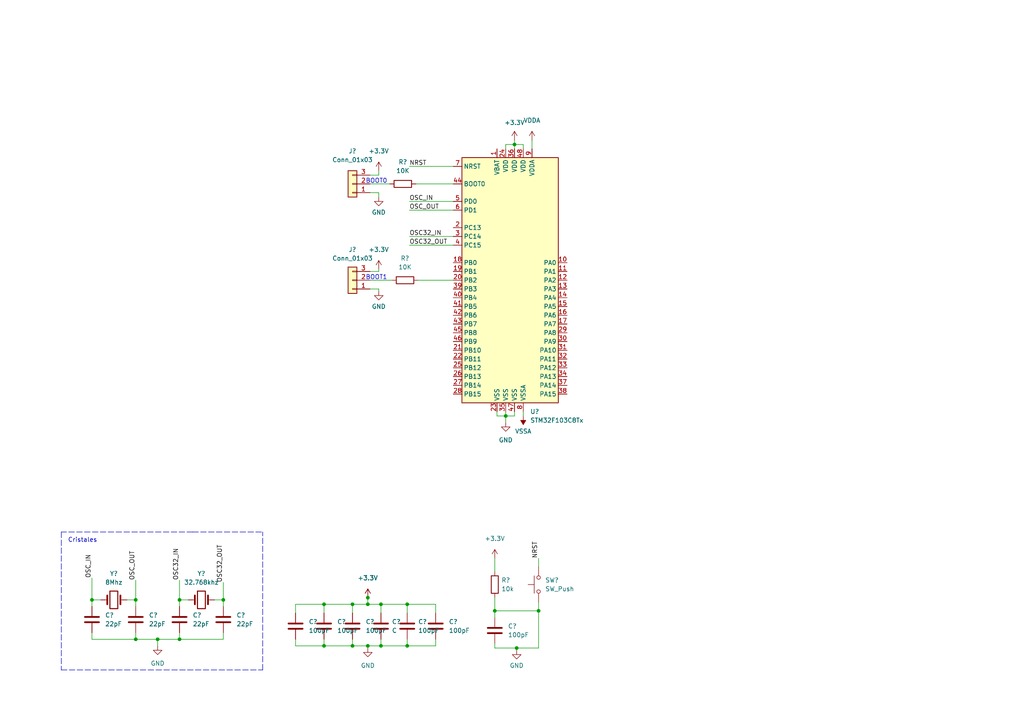
<source format=kicad_sch>
(kicad_sch (version 20211123) (generator eeschema)
  (paper "A4")
  (lib_symbols
    (symbol "Connector_Generic:Conn_01x03" (pin_names (offset 1.016) hide)
      (property "Reference" "J" (at 0 5.08 0))
      (property "Value" "Conn_01x03" (at 0 -5.08 0))
      (symbol "Conn_01x03_1_1"
        (rectangle (start -1.27 -2.413) (end 0 -2.667) (stroke (width 0.1524)))
        (rectangle (start -1.27 0.127) (end 0 -0.127) (stroke (width 0.1524)))
        (rectangle (start -1.27 2.667) (end 0 2.413) (stroke (width 0.1524)))
        (rectangle (start -1.27 3.81) (end 1.27 -3.81) (stroke (width 0.254)) (fill (type background)))
        (pin passive line (at -5.08 2.54 0) (length 3.81) (name "Pin_1") (number "1"))
        (pin passive line (at -5.08 0 0) (length 3.81) (name "Pin_2") (number "2"))
        (pin passive line (at -5.08 -2.54 0) (length 3.81) (name "Pin_3") (number "3"))
      )
    )
    (symbol "Device:C" (pin_numbers hide) (pin_names (offset 0.254))
      (property "Reference" "C" (at 0.635 2.54 0))
      (property "Value" "C" (at 0.635 -2.54 0))
      (symbol "C_0_1"
        (polyline (pts (xy -2.032 -0.762) (xy 2.032 -0.762)) (stroke (width 0.508)))
        (polyline (pts (xy -2.032 0.762) (xy 2.032 0.762)) (stroke (width 0.508)))
      )
      (symbol "C_1_1"
        (pin passive line (at 0 3.81 270) (length 2.794) (name "~") (number "1"))
        (pin passive line (at 0 -3.81 90) (length 2.794) (name "~") (number "2"))
      )
    )
    (symbol "Device:Crystal" (pin_numbers hide) (pin_names (offset 1.016) hide)
      (property "Reference" "Y" (at 0 3.81 0))
      (property "Value" "Crystal" (at 0 -3.81 0))
      (symbol "Crystal_0_1"
        (rectangle (start -1.143 2.54) (end 1.143 -2.54) (stroke (width 0.3048)))
        (polyline (pts (xy -2.54 0) (xy -1.905 0)))
        (polyline (pts (xy -1.905 -1.27) (xy -1.905 1.27)) (stroke (width 0.508)))
        (polyline (pts (xy 1.905 -1.27) (xy 1.905 1.27)) (stroke (width 0.508)))
        (polyline (pts (xy 2.54 0) (xy 1.905 0)))
      )
      (symbol "Crystal_1_1"
        (pin passive line (at -3.81 0 0) (length 1.27) (name "1") (number "1"))
        (pin passive line (at 3.81 0 180) (length 1.27) (name "2") (number "2"))
      )
    )
    (symbol "Device:R" (pin_numbers hide) (pin_names (offset 0))
      (property "Reference" "R" (at 2.032 0 90))
      (property "Value" "R" (at 0 0 90))
      (symbol "R_0_1"
        (rectangle (start -1.016 -2.54) (end 1.016 2.54) (stroke (width 0.254)))
      )
      (symbol "R_1_1"
        (pin passive line (at 0 3.81 270) (length 1.27) (name "~") (number "1"))
        (pin passive line (at 0 -3.81 90) (length 1.27) (name "~") (number "2"))
      )
    )
    (symbol "MCU_ST_STM32F1:STM32F103C8Tx"
      (property "Reference" "U" (at -15.24 36.83 0))
      (property "Value" "STM32F103C8Tx" (at 7.62 36.83 0))
      (symbol "STM32F103C8Tx_0_1"
        (rectangle (start -15.24 -35.56) (end 12.7 35.56) (stroke (width 0.254)) (fill (type background)))
      )
      (symbol "STM32F103C8Tx_1_1"
        (pin power_in line (at -5.08 38.1 270) (length 2.54) (name "VBAT") (number "1"))
        (pin bidirectional line (at 15.24 5.08 180) (length 2.54) (name "PA0") (number "10"))
        (pin bidirectional line (at 15.24 2.54 180) (length 2.54) (name "PA1") (number "11"))
        (pin bidirectional line (at 15.24 0 180) (length 2.54) (name "PA2") (number "12"))
        (pin bidirectional line (at 15.24 -2.54 180) (length 2.54) (name "PA3") (number "13"))
        (pin bidirectional line (at 15.24 -5.08 180) (length 2.54) (name "PA4") (number "14"))
        (pin bidirectional line (at 15.24 -7.62 180) (length 2.54) (name "PA5") (number "15"))
        (pin bidirectional line (at 15.24 -10.16 180) (length 2.54) (name "PA6") (number "16"))
        (pin bidirectional line (at 15.24 -12.7 180) (length 2.54) (name "PA7") (number "17"))
        (pin bidirectional line (at -17.78 5.08 0) (length 2.54) (name "PB0") (number "18"))
        (pin bidirectional line (at -17.78 2.54 0) (length 2.54) (name "PB1") (number "19"))
        (pin bidirectional line (at -17.78 15.24 0) (length 2.54) (name "PC13") (number "2"))
        (pin bidirectional line (at -17.78 0 0) (length 2.54) (name "PB2") (number "20"))
        (pin bidirectional line (at -17.78 -20.32 0) (length 2.54) (name "PB10") (number "21"))
        (pin bidirectional line (at -17.78 -22.86 0) (length 2.54) (name "PB11") (number "22"))
        (pin power_in line (at -5.08 -38.1 90) (length 2.54) (name "VSS") (number "23"))
        (pin power_in line (at -2.54 38.1 270) (length 2.54) (name "VDD") (number "24"))
        (pin bidirectional line (at -17.78 -25.4 0) (length 2.54) (name "PB12") (number "25"))
        (pin bidirectional line (at -17.78 -27.94 0) (length 2.54) (name "PB13") (number "26"))
        (pin bidirectional line (at -17.78 -30.48 0) (length 2.54) (name "PB14") (number "27"))
        (pin bidirectional line (at -17.78 -33.02 0) (length 2.54) (name "PB15") (number "28"))
        (pin bidirectional line (at 15.24 -15.24 180) (length 2.54) (name "PA8") (number "29"))
        (pin bidirectional line (at -17.78 12.7 0) (length 2.54) (name "PC14") (number "3"))
        (pin bidirectional line (at 15.24 -17.78 180) (length 2.54) (name "PA9") (number "30"))
        (pin bidirectional line (at 15.24 -20.32 180) (length 2.54) (name "PA10") (number "31"))
        (pin bidirectional line (at 15.24 -22.86 180) (length 2.54) (name "PA11") (number "32"))
        (pin bidirectional line (at 15.24 -25.4 180) (length 2.54) (name "PA12") (number "33"))
        (pin bidirectional line (at 15.24 -27.94 180) (length 2.54) (name "PA13") (number "34"))
        (pin power_in line (at -2.54 -38.1 90) (length 2.54) (name "VSS") (number "35"))
        (pin power_in line (at 0 38.1 270) (length 2.54) (name "VDD") (number "36"))
        (pin bidirectional line (at 15.24 -30.48 180) (length 2.54) (name "PA14") (number "37"))
        (pin bidirectional line (at 15.24 -33.02 180) (length 2.54) (name "PA15") (number "38"))
        (pin bidirectional line (at -17.78 -2.54 0) (length 2.54) (name "PB3") (number "39"))
        (pin bidirectional line (at -17.78 10.16 0) (length 2.54) (name "PC15") (number "4"))
        (pin bidirectional line (at -17.78 -5.08 0) (length 2.54) (name "PB4") (number "40"))
        (pin bidirectional line (at -17.78 -7.62 0) (length 2.54) (name "PB5") (number "41"))
        (pin bidirectional line (at -17.78 -10.16 0) (length 2.54) (name "PB6") (number "42"))
        (pin bidirectional line (at -17.78 -12.7 0) (length 2.54) (name "PB7") (number "43"))
        (pin input line (at -17.78 27.94 0) (length 2.54) (name "BOOT0") (number "44"))
        (pin bidirectional line (at -17.78 -15.24 0) (length 2.54) (name "PB8") (number "45"))
        (pin bidirectional line (at -17.78 -17.78 0) (length 2.54) (name "PB9") (number "46"))
        (pin power_in line (at 0 -38.1 90) (length 2.54) (name "VSS") (number "47"))
        (pin power_in line (at 2.54 38.1 270) (length 2.54) (name "VDD") (number "48"))
        (pin input line (at -17.78 22.86 0) (length 2.54) (name "PD0") (number "5"))
        (pin input line (at -17.78 20.32 0) (length 2.54) (name "PD1") (number "6"))
        (pin input line (at -17.78 33.02 0) (length 2.54) (name "NRST") (number "7"))
        (pin power_in line (at 2.54 -38.1 90) (length 2.54) (name "VSSA") (number "8"))
        (pin power_in line (at 5.08 38.1 270) (length 2.54) (name "VDDA") (number "9"))
      )
    )
    (symbol "Switch:SW_Push" (pin_numbers hide) (pin_names (offset 1.016) hide)
      (property "Reference" "SW" (at 1.27 2.54 0))
      (property "Value" "SW_Push" (at 0 -1.524 0))
      (symbol "SW_Push_0_1"
        (circle (center -2.032 0) (radius 0.508))
        (polyline (pts (xy 0 1.27) (xy 0 3.048)))
        (polyline (pts (xy 2.54 1.27) (xy -2.54 1.27)))
        (circle (center 2.032 0) (radius 0.508))
        (pin passive line (at -5.08 0 0) (length 2.54) (name "1") (number "1"))
        (pin passive line (at 5.08 0 180) (length 2.54) (name "2") (number "2"))
      )
    )
    (symbol "power:+3.3V" (power) (pin_names (offset 0))
      (property "Value" "+3.3V" (at 0 3.556 0))
      (symbol "+3.3V_0_1"
        (polyline (pts (xy -0.762 1.27) (xy 0 2.54)))
        (polyline (pts (xy 0 0) (xy 0 2.54)))
        (polyline (pts (xy 0 2.54) (xy 0.762 1.27)))
      )
      (symbol "+3.3V_1_1"
        (pin power_in line (at 0 0 90) (length 0) hide (name "+3.3V") (number "1"))
      )
    )
    (symbol "power:GND" (power) (pin_names (offset 0))
      (property "Value" "GND" (at 0 -3.81 0))
      (symbol "GND_0_1"
        (polyline (pts (xy 0 0) (xy 0 -1.27) (xy 1.27 -1.27) (xy 0 -2.54) (xy -1.27 -1.27) (xy 0 -1.27)))
      )
      (symbol "GND_1_1"
        (pin power_in line (at 0 0 270) (length 0) hide (name "GND") (number "1"))
      )
    )
    (symbol "power:VDDA" (power) (pin_names (offset 0))
      (property "Value" "VDDA" (at 0 3.81 0))
      (symbol "VDDA_0_1"
        (polyline (pts (xy -0.762 1.27) (xy 0 2.54)))
        (polyline (pts (xy 0 0) (xy 0 2.54)))
        (polyline (pts (xy 0 2.54) (xy 0.762 1.27)))
      )
      (symbol "VDDA_1_1"
        (pin power_in line (at 0 0 90) (length 0) hide (name "VDDA") (number "1"))
      )
    )
    (symbol "power:VSSA" (power) (pin_names (offset 0))
      (property "Value" "VSSA" (at 0 3.81 0))
      (symbol "VSSA_0_1"
        (polyline (pts (xy 0 0) (xy 0 2.54)))
        (polyline (pts (xy 0.762 1.27) (xy -0.762 1.27) (xy 0 2.54) (xy 0.762 1.27)) (fill (type outline)))
      )
      (symbol "VSSA_1_1"
        (pin power_in line (at 0 0 90) (length 0) hide (name "VSSA") (number "1"))
      )
    )
  )
  (junction (at 39.37 185.42))
  (junction (at 149.86 187.96))
  (junction (at 45.72 185.42))
  (junction (at 146.685 120.65))
  (junction (at 106.68 187.325))
  (junction (at 149.225 41.91))
  (junction (at 26.67 173.99))
  (junction (at 93.98 175.26))
  (junction (at 110.49 187.325))
  (junction (at 156.21 177.165))
  (junction (at 93.98 187.325))
  (junction (at 102.235 187.325))
  (junction (at 102.235 175.26))
  (junction (at 118.11 175.26))
  (junction (at 110.49 175.26))
  (junction (at 52.07 185.42))
  (junction (at 64.77 173.99))
  (junction (at 106.68 173.355))
  (junction (at 52.07 173.99))
  (junction (at 143.51 177.165))
  (junction (at 39.37 173.99))
  (junction (at 106.68 175.26))
  (junction (at 118.11 187.325))
  (wire (pts (xy 143.51 177.165) (xy 156.21 177.165)))
  (wire (pts (xy 143.51 187.96) (xy 149.86 187.96)))
  (wire (pts (xy 39.37 185.42) (xy 45.72 185.42)))
  (wire (pts (xy 26.67 167.64) (xy 26.67 173.99)))
  (wire (pts (xy 106.68 173.355) (xy 106.68 175.26)))
  (wire (pts (xy 110.49 187.325) (xy 110.49 185.42)))
  (wire (pts (xy 146.685 41.91) (xy 146.685 43.18)))
  (wire (pts (xy 118.11 187.325) (xy 118.11 185.42)))
  (wire (pts (xy 93.98 175.26) (xy 102.235 175.26)))
  (wire (pts (xy 154.305 40.64) (xy 154.305 43.18)))
  (wire (pts (xy 120.65 53.34) (xy 131.445 53.34)))
  (wire (pts (xy 149.225 41.91) (xy 146.685 41.91)))
  (wire (pts (xy 107.315 81.28) (xy 113.665 81.28)))
  (wire (pts (xy 109.855 83.82) (xy 109.855 84.455)))
  (polyline (pts (xy 76.2 194.31) (xy 76.2 154.305)))
  (wire (pts (xy 52.07 168.275) (xy 52.07 173.99)))
  (wire (pts (xy 118.745 60.96) (xy 131.445 60.96)))
  (wire (pts (xy 156.21 177.165) (xy 156.21 187.96)))
  (wire (pts (xy 45.72 185.42) (xy 45.72 187.325)))
  (wire (pts (xy 93.98 185.42) (xy 93.98 187.325)))
  (wire (pts (xy 109.855 50.8) (xy 109.855 49.53)))
  (wire (pts (xy 39.37 185.42) (xy 39.37 183.515)))
  (wire (pts (xy 109.855 78.105) (xy 109.855 78.74)))
  (wire (pts (xy 149.86 187.96) (xy 149.86 188.595)))
  (wire (pts (xy 151.765 43.18) (xy 151.765 41.91)))
  (polyline (pts (xy 55.88 154.305) (xy 76.2 154.305)))
  (wire (pts (xy 149.86 187.96) (xy 156.21 187.96)))
  (wire (pts (xy 102.235 187.325) (xy 106.68 187.325)))
  (wire (pts (xy 149.225 120.65) (xy 149.225 119.38)))
  (wire (pts (xy 64.77 168.91) (xy 64.77 173.99)))
  (wire (pts (xy 93.98 175.26) (xy 93.98 177.8)))
  (wire (pts (xy 102.235 175.26) (xy 106.68 175.26)))
  (wire (pts (xy 110.49 187.325) (xy 118.11 187.325)))
  (wire (pts (xy 26.67 185.42) (xy 39.37 185.42)))
  (wire (pts (xy 118.745 58.42) (xy 131.445 58.42)))
  (wire (pts (xy 109.855 55.88) (xy 109.855 57.15)))
  (wire (pts (xy 107.315 50.8) (xy 109.855 50.8)))
  (wire (pts (xy 26.67 183.515) (xy 26.67 185.42)))
  (wire (pts (xy 126.365 175.26) (xy 126.365 177.8)))
  (wire (pts (xy 106.68 187.325) (xy 106.68 187.96)))
  (wire (pts (xy 54.61 173.99) (xy 52.07 173.99)))
  (wire (pts (xy 144.145 119.38) (xy 144.145 120.65)))
  (wire (pts (xy 121.285 81.28) (xy 131.445 81.28)))
  (wire (pts (xy 102.235 175.26) (xy 102.235 177.8)))
  (wire (pts (xy 118.11 175.26) (xy 126.365 175.26)))
  (wire (pts (xy 109.855 78.74) (xy 107.315 78.74)))
  (wire (pts (xy 143.51 177.165) (xy 143.51 179.07)))
  (wire (pts (xy 118.11 175.26) (xy 118.11 177.8)))
  (wire (pts (xy 143.51 165.735) (xy 143.51 161.925)))
  (wire (pts (xy 143.51 187.96) (xy 143.51 186.69)))
  (wire (pts (xy 156.21 161.925) (xy 156.21 164.465)))
  (wire (pts (xy 93.98 187.325) (xy 102.235 187.325)))
  (wire (pts (xy 144.145 120.65) (xy 146.685 120.65)))
  (wire (pts (xy 118.745 48.26) (xy 131.445 48.26)))
  (wire (pts (xy 36.83 173.99) (xy 39.37 173.99)))
  (wire (pts (xy 62.23 173.99) (xy 64.77 173.99)))
  (wire (pts (xy 146.685 120.65) (xy 146.685 122.555)))
  (wire (pts (xy 107.315 53.34) (xy 113.03 53.34)))
  (wire (pts (xy 85.725 177.8) (xy 85.725 175.26)))
  (wire (pts (xy 64.77 185.42) (xy 64.77 183.515)))
  (wire (pts (xy 102.235 185.42) (xy 102.235 187.325)))
  (wire (pts (xy 143.51 173.355) (xy 143.51 177.165)))
  (wire (pts (xy 110.49 175.26) (xy 118.11 175.26)))
  (wire (pts (xy 52.07 173.99) (xy 52.07 175.895)))
  (wire (pts (xy 52.07 185.42) (xy 64.77 185.42)))
  (wire (pts (xy 146.685 120.65) (xy 149.225 120.65)))
  (wire (pts (xy 118.745 71.12) (xy 131.445 71.12)))
  (wire (pts (xy 107.315 55.88) (xy 109.855 55.88)))
  (wire (pts (xy 45.72 185.42) (xy 52.07 185.42)))
  (polyline (pts (xy 55.88 154.305) (xy 17.78 154.305)))
  (wire (pts (xy 149.225 40.64) (xy 149.225 41.91)))
  (wire (pts (xy 151.765 119.38) (xy 151.765 120.65)))
  (wire (pts (xy 156.21 177.165) (xy 156.21 174.625)))
  (wire (pts (xy 85.725 185.42) (xy 85.725 187.325)))
  (wire (pts (xy 126.365 187.325) (xy 126.365 185.42)))
  (wire (pts (xy 110.49 175.26) (xy 110.49 177.8)))
  (wire (pts (xy 85.725 175.26) (xy 93.98 175.26)))
  (wire (pts (xy 146.685 119.38) (xy 146.685 120.65)))
  (wire (pts (xy 106.68 187.325) (xy 110.49 187.325)))
  (polyline (pts (xy 17.78 194.31) (xy 76.2 194.31)))
  (wire (pts (xy 26.67 173.99) (xy 29.21 173.99)))
  (wire (pts (xy 106.68 175.26) (xy 110.49 175.26)))
  (wire (pts (xy 26.67 173.99) (xy 26.67 175.895)))
  (wire (pts (xy 39.37 168.275) (xy 39.37 173.99)))
  (polyline (pts (xy 17.78 154.305) (xy 17.78 194.31)))
  (wire (pts (xy 149.225 41.91) (xy 149.225 43.18)))
  (wire (pts (xy 151.765 41.91) (xy 149.225 41.91)))
  (wire (pts (xy 52.07 185.42) (xy 52.07 183.515)))
  (wire (pts (xy 107.315 83.82) (xy 109.855 83.82)))
  (wire (pts (xy 118.745 68.58) (xy 131.445 68.58)))
  (wire (pts (xy 85.725 187.325) (xy 93.98 187.325)))
  (wire (pts (xy 64.77 173.99) (xy 64.77 175.895)))
  (wire (pts (xy 118.11 187.325) (xy 126.365 187.325)))
  (wire (pts (xy 39.37 173.99) (xy 39.37 175.895)))
  (text "BOOT1" (at 106.045 81.28 0) (effects (font (size 1.27 1.27)) (justify left bottom)))
  (text "Cristales" (at 19.685 157.48 0) (effects (font (size 1.27 1.27)) (justify left bottom)))
  (text "BOOT0" (at 106.045 53.34 0) (effects (font (size 1.27 1.27)) (justify left bottom)))
  (label "OSC_OUT" (at 118.745 60.96 0))
  (label "OSC32_OUT" (at 64.77 168.91 90))
  (label "OSC32_IN" (at 52.07 168.275 90))
  (label "NRST" (at 118.745 48.26 0))
  (label "OSC_OUT" (at 39.37 168.275 90))
  (label "OSC32_OUT" (at 118.745 71.12 0))
  (label "NRST" (at 156.21 161.925 90))
  (label "OSC_IN" (at 118.745 58.42 0))
  (label "OSC32_IN" (at 118.745 68.58 0))
  (label "OSC_IN" (at 26.67 167.64 90))
  (symbol (lib_id "power:GND") (at 45.72 187.325 0) (unit 1)
    (property "Reference" "#PWR?" (effects hide))
    (property "Value" "GND" (at 45.72 192.405 0))
  )
  (symbol (lib_id "MCU_ST_STM32F1:STM32F103C8Tx") (at 149.225 81.28 0) (unit 1)
    (property "Reference" "U?" (at 153.7844 119.38 0) (effects (justify left)))
    (property "Value" "STM32F103C8Tx" (at 153.7844 121.92 0) (effects (justify left)))
    (property "Footprint" "Package_QFP:LQFP-48_7x7mm_P0.5mm" (effects hide))
    (property "Datasheet" "http://www.st.com/st-web-ui/static/active/en/resource/technical/document/datasheet/CD00161566.pdf" (effects hide))
  )
  (symbol (lib_id "power:GND") (at 146.685 122.555 0) (unit 1)
    (property "Reference" "#PWR?" (effects hide))
    (property "Value" "GND" (at 146.685 127.635 0))
  )
  (symbol (lib_id "power:+3.3V") (at 106.68 173.355 0) (unit 1)
    (property "Reference" "#PWR?" (effects hide))
    (property "Value" "+3.3V" (at 106.68 167.64 0))
  )
  (symbol (lib_id "Device:C") (at 85.725 181.61 0) (unit 1)
    (property "Reference" "C?" (at 89.535 180.3399 0) (effects (justify left)))
    (property "Value" "100pF" (at 89.535 182.8799 0) (effects (justify left)))
  )
  (symbol (lib_id "Device:C") (at 39.37 179.705 0) (unit 1)
    (property "Reference" "C?" (at 43.18 178.4349 0) (effects (justify left)))
    (property "Value" "22pF" (at 43.18 180.9749 0) (effects (justify left)))
  )
  (symbol (lib_id "Device:C") (at 102.235 181.61 0) (unit 1)
    (property "Reference" "C?" (at 106.045 180.3399 0) (effects (justify left)))
    (property "Value" "100pF" (at 106.045 182.8799 0) (effects (justify left)))
  )
  (symbol (lib_id "Device:C") (at 126.365 181.61 0) (unit 1)
    (property "Reference" "C?" (at 130.175 180.3399 0) (effects (justify left)))
    (property "Value" "100pF" (at 130.175 182.8799 0) (effects (justify left)))
  )
  (symbol (lib_id "Device:C") (at 93.98 181.61 0) (unit 1)
    (property "Reference" "C?" (at 97.79 180.3399 0) (effects (justify left)))
    (property "Value" "100pF" (at 97.79 182.8799 0) (effects (justify left)))
  )
  (symbol (lib_id "Connector_Generic:Conn_01x03") (at 102.235 53.34 180) (unit 1)
    (property "Reference" "J?" (at 102.235 43.815 0))
    (property "Value" "Conn_01x03" (at 102.235 46.355 0))
  )
  (symbol (lib_id "Device:C") (at 52.07 179.705 180) (unit 1)
    (property "Reference" "C?" (at 55.88 178.4349 0) (effects (justify right)))
    (property "Value" "22pF" (at 55.88 180.9749 0) (effects (justify right)))
  )
  (symbol (lib_id "Device:Crystal") (at 33.02 173.99 0) (unit 1)
    (property "Reference" "Y?" (at 33.02 166.37 0))
    (property "Value" "8Mhz" (at 33.02 168.91 0))
  )
  (symbol (lib_id "Device:C") (at 64.77 179.705 0) (unit 1)
    (property "Reference" "C?" (at 68.58 178.4349 0) (effects (justify left)))
    (property "Value" "22pF" (at 68.58 180.9749 0) (effects (justify left)))
  )
  (symbol (lib_id "power:GND") (at 149.86 188.595 0) (unit 1)
    (property "Reference" "#PWR?" (effects hide))
    (property "Value" "GND" (at 149.86 193.04 0))
  )
  (symbol (lib_id "power:GND") (at 109.855 84.455 0) (unit 1)
    (property "Reference" "#PWR?" (effects hide))
    (property "Value" "GND" (at 109.855 88.9 0))
  )
  (symbol (lib_id "power:+3.3V") (at 149.225 40.64 0) (unit 1)
    (property "Reference" "#PWR?" (effects hide))
    (property "Value" "+3.3V" (at 149.225 35.56 0))
  )
  (symbol (lib_id "power:+3.3V") (at 109.855 78.105 0) (unit 1)
    (property "Reference" "#PWR?" (effects hide))
    (property "Value" "+3.3V" (at 109.855 72.39 0))
  )
  (symbol (lib_id "power:GND") (at 109.855 57.15 0) (unit 1)
    (property "Reference" "#PWR?" (effects hide))
    (property "Value" "GND" (at 109.855 61.595 0))
  )
  (symbol (lib_id "Device:R") (at 117.475 81.28 90) (unit 1)
    (property "Reference" "R?" (at 117.475 74.93 90))
    (property "Value" "10K" (at 117.475 77.47 90))
  )
  (symbol (lib_id "Device:R") (at 116.84 53.34 90) (unit 1)
    (property "Reference" "R?" (at 116.84 46.99 90))
    (property "Value" "10K" (at 116.84 49.53 90))
  )
  (symbol (lib_id "power:+3.3V") (at 109.855 49.53 0) (unit 1)
    (property "Reference" "#PWR?" (effects hide))
    (property "Value" "+3.3V" (at 109.855 43.815 0))
  )
  (symbol (lib_id "Device:C") (at 143.51 182.88 0) (unit 1)
    (property "Reference" "C?" (at 147.32 181.6099 0) (effects (justify left)))
    (property "Value" "100pF" (at 147.32 184.1499 0) (effects (justify left)))
  )
  (symbol (lib_id "power:VDDA") (at 154.305 40.64 0) (unit 1)
    (property "Reference" "#PWR?" (effects hide))
    (property "Value" "VDDA" (at 154.305 34.925 0))
  )
  (symbol (lib_id "Switch:SW_Push") (at 156.21 169.545 90) (unit 1)
    (property "Reference" "SW?" (at 158.115 168.2749 90) (effects (justify right)))
    (property "Value" "SW_Push" (at 158.115 170.8149 90) (effects (justify right)))
  )
  (symbol (lib_id "Device:R") (at 143.51 169.545 0) (unit 1)
    (property "Reference" "R?" (at 145.415 168.2749 0) (effects (justify left)))
    (property "Value" "10k" (at 145.415 170.8149 0) (effects (justify left)))
  )
  (symbol (lib_id "power:+3.3V") (at 106.68 173.355 0) (unit 1)
    (property "Reference" "#PWR?" (effects hide))
    (property "Value" "+3.3V" (at 106.68 167.64 0))
  )
  (symbol (lib_id "Device:C") (at 26.67 179.705 180) (unit 1)
    (property "Reference" "C?" (at 30.48 178.4349 0) (effects (justify right)))
    (property "Value" "22pF" (at 30.48 180.9749 0) (effects (justify right)))
  )
  (symbol (lib_id "Connector_Generic:Conn_01x03") (at 102.235 81.28 180) (unit 1)
    (property "Reference" "J?" (at 102.235 72.39 0))
    (property "Value" "Conn_01x03" (at 102.235 74.93 0))
  )
  (symbol (lib_id "power:GND") (at 106.68 187.96 0) (unit 1)
    (property "Reference" "#PWR?" (effects hide))
    (property "Value" "GND" (at 106.68 193.04 0))
  )
  (symbol (lib_id "Device:C") (at 110.49 181.61 0) (unit 1)
    (property "Reference" "C?" (at 113.665 180.3399 0) (effects (justify left)))
    (property "Value" "C" (at 113.665 182.8799 0) (effects (justify left)))
  )
  (symbol (lib_id "Device:Crystal") (at 58.42 173.99 0) (unit 1)
    (property "Reference" "Y?" (at 58.42 166.37 0))
    (property "Value" "32.768khz" (at 58.42 168.91 0))
  )
  (symbol (lib_id "power:VSSA") (at 151.765 120.65 180) (unit 1)
    (property "Reference" "#PWR?" (effects hide))
    (property "Value" "VSSA" (at 151.765 125.095 0))
  )
  (symbol (lib_id "Device:C") (at 118.11 181.61 0) (unit 1)
    (property "Reference" "C?" (at 121.285 180.3399 0) (effects (justify left)))
    (property "Value" "100pF" (at 121.285 182.8799 0) (effects (justify left)))
  )
  (symbol (lib_id "power:+3.3V") (at 143.51 161.925 0) (unit 1)
    (property "Reference" "#PWR?" (effects hide))
    (property "Value" "+3.3V" (at 143.51 156.21 0))
  )
)
</source>
